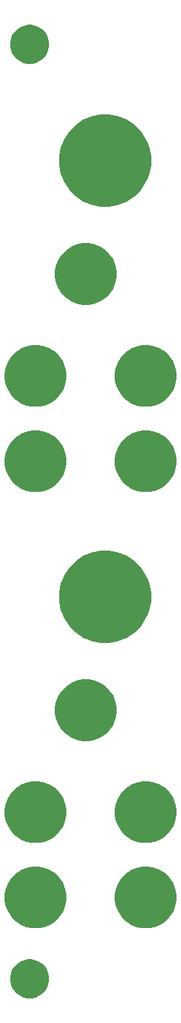
<source format=gbr>
G04 #@! TF.GenerationSoftware,KiCad,Pcbnew,(5.1.4-0-10_14)*
G04 #@! TF.CreationDate,2019-10-08T20:54:48-07:00*
G04 #@! TF.ProjectId,VCA_Front_Panel,5643415f-4672-46f6-9e74-5f50616e656c,rev?*
G04 #@! TF.SameCoordinates,Original*
G04 #@! TF.FileFunction,Soldermask,Top*
G04 #@! TF.FilePolarity,Negative*
%FSLAX46Y46*%
G04 Gerber Fmt 4.6, Leading zero omitted, Abs format (unit mm)*
G04 Created by KiCad (PCBNEW (5.1.4-0-10_14)) date 2019-10-08 20:54:48*
%MOMM*%
%LPD*%
G04 APERTURE LIST*
%ADD10C,0.100000*%
G04 APERTURE END LIST*
D10*
G36*
X72118098Y-162901033D02*
G01*
X72582350Y-163093332D01*
X72582352Y-163093333D01*
X73000168Y-163372509D01*
X73355491Y-163727832D01*
X73634667Y-164145648D01*
X73634668Y-164145650D01*
X73826967Y-164609902D01*
X73925000Y-165102747D01*
X73925000Y-165605253D01*
X73826967Y-166098098D01*
X73634668Y-166562350D01*
X73634667Y-166562352D01*
X73355491Y-166980168D01*
X73000168Y-167335491D01*
X72582352Y-167614667D01*
X72582351Y-167614668D01*
X72582350Y-167614668D01*
X72118098Y-167806967D01*
X71625253Y-167905000D01*
X71122747Y-167905000D01*
X70629902Y-167806967D01*
X70165650Y-167614668D01*
X70165649Y-167614668D01*
X70165648Y-167614667D01*
X69747832Y-167335491D01*
X69392509Y-166980168D01*
X69113333Y-166562352D01*
X69113332Y-166562350D01*
X68921033Y-166098098D01*
X68823000Y-165605253D01*
X68823000Y-165102747D01*
X68921033Y-164609902D01*
X69113332Y-164145650D01*
X69113333Y-164145648D01*
X69392509Y-163727832D01*
X69747832Y-163372509D01*
X70165648Y-163093333D01*
X70165650Y-163093332D01*
X70629902Y-162901033D01*
X71122747Y-162803000D01*
X71625253Y-162803000D01*
X72118098Y-162901033D01*
X72118098Y-162901033D01*
G37*
G36*
X87795632Y-150790678D02*
G01*
X88532866Y-151096050D01*
X88532868Y-151096051D01*
X88699867Y-151207637D01*
X89196361Y-151539383D01*
X89760617Y-152103639D01*
X90203950Y-152767134D01*
X90509322Y-153504368D01*
X90664999Y-154287010D01*
X90664999Y-155084990D01*
X90509322Y-155867632D01*
X90203950Y-156604866D01*
X89760617Y-157268361D01*
X89196361Y-157832617D01*
X88699867Y-158164364D01*
X88532868Y-158275949D01*
X88532867Y-158275950D01*
X88532866Y-158275950D01*
X87795632Y-158581322D01*
X87012990Y-158736999D01*
X86215010Y-158736999D01*
X85432368Y-158581322D01*
X84695134Y-158275950D01*
X84695133Y-158275950D01*
X84695132Y-158275949D01*
X84528133Y-158164364D01*
X84031639Y-157832617D01*
X83467383Y-157268361D01*
X83024050Y-156604866D01*
X82718678Y-155867632D01*
X82563001Y-155084990D01*
X82563001Y-154287010D01*
X82718678Y-153504368D01*
X83024050Y-152767134D01*
X83467383Y-152103639D01*
X84031639Y-151539383D01*
X84528133Y-151207637D01*
X84695132Y-151096051D01*
X84695134Y-151096050D01*
X85432368Y-150790678D01*
X86215010Y-150635001D01*
X87012990Y-150635001D01*
X87795632Y-150790678D01*
X87795632Y-150790678D01*
G37*
G36*
X73317632Y-150790678D02*
G01*
X74054866Y-151096050D01*
X74054868Y-151096051D01*
X74221867Y-151207637D01*
X74718361Y-151539383D01*
X75282617Y-152103639D01*
X75725950Y-152767134D01*
X76031322Y-153504368D01*
X76186999Y-154287010D01*
X76186999Y-155084990D01*
X76031322Y-155867632D01*
X75725950Y-156604866D01*
X75282617Y-157268361D01*
X74718361Y-157832617D01*
X74221867Y-158164364D01*
X74054868Y-158275949D01*
X74054867Y-158275950D01*
X74054866Y-158275950D01*
X73317632Y-158581322D01*
X72534990Y-158736999D01*
X71737010Y-158736999D01*
X70954368Y-158581322D01*
X70217134Y-158275950D01*
X70217133Y-158275950D01*
X70217132Y-158275949D01*
X70050133Y-158164364D01*
X69553639Y-157832617D01*
X68989383Y-157268361D01*
X68546050Y-156604866D01*
X68240678Y-155867632D01*
X68085001Y-155084990D01*
X68085001Y-154287010D01*
X68240678Y-153504368D01*
X68546050Y-152767134D01*
X68989383Y-152103639D01*
X69553639Y-151539383D01*
X70050133Y-151207637D01*
X70217132Y-151096051D01*
X70217134Y-151096050D01*
X70954368Y-150790678D01*
X71737010Y-150635001D01*
X72534990Y-150635001D01*
X73317632Y-150790678D01*
X73317632Y-150790678D01*
G37*
G36*
X87795632Y-139614678D02*
G01*
X88532866Y-139920050D01*
X88532868Y-139920051D01*
X88699867Y-140031637D01*
X89196361Y-140363383D01*
X89760617Y-140927639D01*
X90203950Y-141591134D01*
X90509322Y-142328368D01*
X90664999Y-143111010D01*
X90664999Y-143908990D01*
X90509322Y-144691632D01*
X90203950Y-145428866D01*
X89760617Y-146092361D01*
X89196361Y-146656617D01*
X88699867Y-146988364D01*
X88532868Y-147099949D01*
X88532867Y-147099950D01*
X88532866Y-147099950D01*
X87795632Y-147405322D01*
X87012990Y-147560999D01*
X86215010Y-147560999D01*
X85432368Y-147405322D01*
X84695134Y-147099950D01*
X84695133Y-147099950D01*
X84695132Y-147099949D01*
X84528133Y-146988364D01*
X84031639Y-146656617D01*
X83467383Y-146092361D01*
X83024050Y-145428866D01*
X82718678Y-144691632D01*
X82563001Y-143908990D01*
X82563001Y-143111010D01*
X82718678Y-142328368D01*
X83024050Y-141591134D01*
X83467383Y-140927639D01*
X84031639Y-140363383D01*
X84528133Y-140031637D01*
X84695132Y-139920051D01*
X84695134Y-139920050D01*
X85432368Y-139614678D01*
X86215010Y-139459001D01*
X87012990Y-139459001D01*
X87795632Y-139614678D01*
X87795632Y-139614678D01*
G37*
G36*
X73317632Y-139614678D02*
G01*
X74054866Y-139920050D01*
X74054868Y-139920051D01*
X74221867Y-140031637D01*
X74718361Y-140363383D01*
X75282617Y-140927639D01*
X75725950Y-141591134D01*
X76031322Y-142328368D01*
X76186999Y-143111010D01*
X76186999Y-143908990D01*
X76031322Y-144691632D01*
X75725950Y-145428866D01*
X75282617Y-146092361D01*
X74718361Y-146656617D01*
X74221867Y-146988364D01*
X74054868Y-147099949D01*
X74054867Y-147099950D01*
X74054866Y-147099950D01*
X73317632Y-147405322D01*
X72534990Y-147560999D01*
X71737010Y-147560999D01*
X70954368Y-147405322D01*
X70217134Y-147099950D01*
X70217133Y-147099950D01*
X70217132Y-147099949D01*
X70050133Y-146988364D01*
X69553639Y-146656617D01*
X68989383Y-146092361D01*
X68546050Y-145428866D01*
X68240678Y-144691632D01*
X68085001Y-143908990D01*
X68085001Y-143111010D01*
X68240678Y-142328368D01*
X68546050Y-141591134D01*
X68989383Y-140927639D01*
X69553639Y-140363383D01*
X70050133Y-140031637D01*
X70217132Y-139920051D01*
X70217134Y-139920050D01*
X70954368Y-139614678D01*
X71737010Y-139459001D01*
X72534990Y-139459001D01*
X73317632Y-139614678D01*
X73317632Y-139614678D01*
G37*
G36*
X79921632Y-126279678D02*
G01*
X80658866Y-126585050D01*
X80658868Y-126585051D01*
X80825867Y-126696637D01*
X81322361Y-127028383D01*
X81886617Y-127592639D01*
X82329950Y-128256134D01*
X82635322Y-128993368D01*
X82790999Y-129776010D01*
X82790999Y-130573990D01*
X82635322Y-131356632D01*
X82329950Y-132093866D01*
X81886617Y-132757361D01*
X81322361Y-133321617D01*
X80825867Y-133653364D01*
X80658868Y-133764949D01*
X80658867Y-133764950D01*
X80658866Y-133764950D01*
X79921632Y-134070322D01*
X79138990Y-134225999D01*
X78341010Y-134225999D01*
X77558368Y-134070322D01*
X76821134Y-133764950D01*
X76821133Y-133764950D01*
X76821132Y-133764949D01*
X76654133Y-133653364D01*
X76157639Y-133321617D01*
X75593383Y-132757361D01*
X75150050Y-132093866D01*
X74844678Y-131356632D01*
X74689001Y-130573990D01*
X74689001Y-129776010D01*
X74844678Y-128993368D01*
X75150050Y-128256134D01*
X75593383Y-127592639D01*
X76157639Y-127028383D01*
X76654133Y-126696637D01*
X76821132Y-126585051D01*
X76821134Y-126585050D01*
X77558368Y-126279678D01*
X78341010Y-126124001D01*
X79138990Y-126124001D01*
X79921632Y-126279678D01*
X79921632Y-126279678D01*
G37*
G36*
X83045010Y-109497537D02*
G01*
X83501147Y-109686476D01*
X84146223Y-109953674D01*
X85137287Y-110615882D01*
X85980118Y-111458713D01*
X86642326Y-112449777D01*
X86909524Y-113094853D01*
X87098463Y-113550990D01*
X87330999Y-114720027D01*
X87330999Y-115911973D01*
X87098463Y-117081010D01*
X86909524Y-117537147D01*
X86642326Y-118182223D01*
X85980118Y-119173287D01*
X85137287Y-120016118D01*
X84146223Y-120678326D01*
X83501147Y-120945524D01*
X83045010Y-121134463D01*
X81875973Y-121366999D01*
X80684027Y-121366999D01*
X79514990Y-121134463D01*
X79058853Y-120945524D01*
X78413777Y-120678326D01*
X77422713Y-120016118D01*
X76579882Y-119173287D01*
X75917674Y-118182223D01*
X75650476Y-117537147D01*
X75461537Y-117081010D01*
X75229001Y-115911973D01*
X75229001Y-114720027D01*
X75461537Y-113550990D01*
X75650476Y-113094853D01*
X75917674Y-112449777D01*
X76579882Y-111458713D01*
X77422713Y-110615882D01*
X78413777Y-109953674D01*
X79058853Y-109686476D01*
X79514990Y-109497537D01*
X80684027Y-109265001D01*
X81875973Y-109265001D01*
X83045010Y-109497537D01*
X83045010Y-109497537D01*
G37*
G36*
X87795632Y-93640678D02*
G01*
X88532866Y-93946050D01*
X88532868Y-93946051D01*
X88699867Y-94057636D01*
X89196361Y-94389383D01*
X89760617Y-94953639D01*
X90203950Y-95617134D01*
X90509322Y-96354368D01*
X90664999Y-97137010D01*
X90664999Y-97934990D01*
X90509322Y-98717632D01*
X90203950Y-99454866D01*
X89760617Y-100118361D01*
X89196361Y-100682617D01*
X88699867Y-101014363D01*
X88532868Y-101125949D01*
X88532867Y-101125950D01*
X88532866Y-101125950D01*
X87795632Y-101431322D01*
X87012990Y-101586999D01*
X86215010Y-101586999D01*
X85432368Y-101431322D01*
X84695134Y-101125950D01*
X84695133Y-101125950D01*
X84695132Y-101125949D01*
X84528133Y-101014363D01*
X84031639Y-100682617D01*
X83467383Y-100118361D01*
X83024050Y-99454866D01*
X82718678Y-98717632D01*
X82563001Y-97934990D01*
X82563001Y-97137010D01*
X82718678Y-96354368D01*
X83024050Y-95617134D01*
X83467383Y-94953639D01*
X84031639Y-94389383D01*
X84528133Y-94057636D01*
X84695132Y-93946051D01*
X84695134Y-93946050D01*
X85432368Y-93640678D01*
X86215010Y-93485001D01*
X87012990Y-93485001D01*
X87795632Y-93640678D01*
X87795632Y-93640678D01*
G37*
G36*
X73317632Y-93640678D02*
G01*
X74054866Y-93946050D01*
X74054868Y-93946051D01*
X74221867Y-94057636D01*
X74718361Y-94389383D01*
X75282617Y-94953639D01*
X75725950Y-95617134D01*
X76031322Y-96354368D01*
X76186999Y-97137010D01*
X76186999Y-97934990D01*
X76031322Y-98717632D01*
X75725950Y-99454866D01*
X75282617Y-100118361D01*
X74718361Y-100682617D01*
X74221867Y-101014363D01*
X74054868Y-101125949D01*
X74054867Y-101125950D01*
X74054866Y-101125950D01*
X73317632Y-101431322D01*
X72534990Y-101586999D01*
X71737010Y-101586999D01*
X70954368Y-101431322D01*
X70217134Y-101125950D01*
X70217133Y-101125950D01*
X70217132Y-101125949D01*
X70050133Y-101014363D01*
X69553639Y-100682617D01*
X68989383Y-100118361D01*
X68546050Y-99454866D01*
X68240678Y-98717632D01*
X68085001Y-97934990D01*
X68085001Y-97137010D01*
X68240678Y-96354368D01*
X68546050Y-95617134D01*
X68989383Y-94953639D01*
X69553639Y-94389383D01*
X70050133Y-94057636D01*
X70217132Y-93946051D01*
X70217134Y-93946050D01*
X70954368Y-93640678D01*
X71737010Y-93485001D01*
X72534990Y-93485001D01*
X73317632Y-93640678D01*
X73317632Y-93640678D01*
G37*
G36*
X87795632Y-82464678D02*
G01*
X88532866Y-82770050D01*
X88532868Y-82770051D01*
X88699867Y-82881636D01*
X89196361Y-83213383D01*
X89760617Y-83777639D01*
X90203950Y-84441134D01*
X90509322Y-85178368D01*
X90664999Y-85961010D01*
X90664999Y-86758990D01*
X90509322Y-87541632D01*
X90203950Y-88278866D01*
X89760617Y-88942361D01*
X89196361Y-89506617D01*
X88699867Y-89838364D01*
X88532868Y-89949949D01*
X88532867Y-89949950D01*
X88532866Y-89949950D01*
X87795632Y-90255322D01*
X87012990Y-90410999D01*
X86215010Y-90410999D01*
X85432368Y-90255322D01*
X84695134Y-89949950D01*
X84695133Y-89949950D01*
X84695132Y-89949949D01*
X84528133Y-89838364D01*
X84031639Y-89506617D01*
X83467383Y-88942361D01*
X83024050Y-88278866D01*
X82718678Y-87541632D01*
X82563001Y-86758990D01*
X82563001Y-85961010D01*
X82718678Y-85178368D01*
X83024050Y-84441134D01*
X83467383Y-83777639D01*
X84031639Y-83213383D01*
X84528133Y-82881636D01*
X84695132Y-82770051D01*
X84695134Y-82770050D01*
X85432368Y-82464678D01*
X86215010Y-82309001D01*
X87012990Y-82309001D01*
X87795632Y-82464678D01*
X87795632Y-82464678D01*
G37*
G36*
X73317632Y-82464678D02*
G01*
X74054866Y-82770050D01*
X74054868Y-82770051D01*
X74221867Y-82881636D01*
X74718361Y-83213383D01*
X75282617Y-83777639D01*
X75725950Y-84441134D01*
X76031322Y-85178368D01*
X76186999Y-85961010D01*
X76186999Y-86758990D01*
X76031322Y-87541632D01*
X75725950Y-88278866D01*
X75282617Y-88942361D01*
X74718361Y-89506617D01*
X74221867Y-89838364D01*
X74054868Y-89949949D01*
X74054867Y-89949950D01*
X74054866Y-89949950D01*
X73317632Y-90255322D01*
X72534990Y-90410999D01*
X71737010Y-90410999D01*
X70954368Y-90255322D01*
X70217134Y-89949950D01*
X70217133Y-89949950D01*
X70217132Y-89949949D01*
X70050133Y-89838364D01*
X69553639Y-89506617D01*
X68989383Y-88942361D01*
X68546050Y-88278866D01*
X68240678Y-87541632D01*
X68085001Y-86758990D01*
X68085001Y-85961010D01*
X68240678Y-85178368D01*
X68546050Y-84441134D01*
X68989383Y-83777639D01*
X69553639Y-83213383D01*
X70050133Y-82881636D01*
X70217132Y-82770051D01*
X70217134Y-82770050D01*
X70954368Y-82464678D01*
X71737010Y-82309001D01*
X72534990Y-82309001D01*
X73317632Y-82464678D01*
X73317632Y-82464678D01*
G37*
G36*
X79921632Y-69129678D02*
G01*
X80658866Y-69435050D01*
X80658868Y-69435051D01*
X80825867Y-69546636D01*
X81322361Y-69878383D01*
X81886617Y-70442639D01*
X82329950Y-71106134D01*
X82635322Y-71843368D01*
X82790999Y-72626010D01*
X82790999Y-73423990D01*
X82635322Y-74206632D01*
X82329950Y-74943866D01*
X81886617Y-75607361D01*
X81322361Y-76171617D01*
X80825867Y-76503364D01*
X80658868Y-76614949D01*
X80658867Y-76614950D01*
X80658866Y-76614950D01*
X79921632Y-76920322D01*
X79138990Y-77075999D01*
X78341010Y-77075999D01*
X77558368Y-76920322D01*
X76821134Y-76614950D01*
X76821133Y-76614950D01*
X76821132Y-76614949D01*
X76654133Y-76503364D01*
X76157639Y-76171617D01*
X75593383Y-75607361D01*
X75150050Y-74943866D01*
X74844678Y-74206632D01*
X74689001Y-73423990D01*
X74689001Y-72626010D01*
X74844678Y-71843368D01*
X75150050Y-71106134D01*
X75593383Y-70442639D01*
X76157639Y-69878383D01*
X76654133Y-69546636D01*
X76821132Y-69435051D01*
X76821134Y-69435050D01*
X77558368Y-69129678D01*
X78341010Y-68974001D01*
X79138990Y-68974001D01*
X79921632Y-69129678D01*
X79921632Y-69129678D01*
G37*
G36*
X83045010Y-52347537D02*
G01*
X83501147Y-52536476D01*
X84146223Y-52803674D01*
X85137287Y-53465882D01*
X85980118Y-54308713D01*
X86642326Y-55299777D01*
X86909524Y-55944853D01*
X87098463Y-56400990D01*
X87330999Y-57570027D01*
X87330999Y-58761973D01*
X87098463Y-59931010D01*
X86909524Y-60387147D01*
X86642326Y-61032223D01*
X85980118Y-62023287D01*
X85137287Y-62866118D01*
X84146223Y-63528326D01*
X83501147Y-63795524D01*
X83045010Y-63984463D01*
X81875973Y-64216999D01*
X80684027Y-64216999D01*
X79514990Y-63984463D01*
X79058853Y-63795524D01*
X78413777Y-63528326D01*
X77422713Y-62866118D01*
X76579882Y-62023287D01*
X75917674Y-61032223D01*
X75650476Y-60387147D01*
X75461537Y-59931010D01*
X75229001Y-58761973D01*
X75229001Y-57570027D01*
X75461537Y-56400990D01*
X75650476Y-55944853D01*
X75917674Y-55299777D01*
X76579882Y-54308713D01*
X77422713Y-53465882D01*
X78413777Y-52803674D01*
X79058853Y-52536476D01*
X79514990Y-52347537D01*
X80684027Y-52115001D01*
X81875973Y-52115001D01*
X83045010Y-52347537D01*
X83045010Y-52347537D01*
G37*
G36*
X72118098Y-40473033D02*
G01*
X72582350Y-40665332D01*
X72582352Y-40665333D01*
X73000168Y-40944509D01*
X73355491Y-41299832D01*
X73634667Y-41717648D01*
X73634668Y-41717650D01*
X73826967Y-42181902D01*
X73925000Y-42674747D01*
X73925000Y-43177253D01*
X73826967Y-43670098D01*
X73634668Y-44134350D01*
X73634667Y-44134352D01*
X73355491Y-44552168D01*
X73000168Y-44907491D01*
X72582352Y-45186667D01*
X72582351Y-45186668D01*
X72582350Y-45186668D01*
X72118098Y-45378967D01*
X71625253Y-45477000D01*
X71122747Y-45477000D01*
X70629902Y-45378967D01*
X70165650Y-45186668D01*
X70165649Y-45186668D01*
X70165648Y-45186667D01*
X69747832Y-44907491D01*
X69392509Y-44552168D01*
X69113333Y-44134352D01*
X69113332Y-44134350D01*
X68921033Y-43670098D01*
X68823000Y-43177253D01*
X68823000Y-42674747D01*
X68921033Y-42181902D01*
X69113332Y-41717650D01*
X69113333Y-41717648D01*
X69392509Y-41299832D01*
X69747832Y-40944509D01*
X70165648Y-40665333D01*
X70165650Y-40665332D01*
X70629902Y-40473033D01*
X71122747Y-40375000D01*
X71625253Y-40375000D01*
X72118098Y-40473033D01*
X72118098Y-40473033D01*
G37*
M02*

</source>
